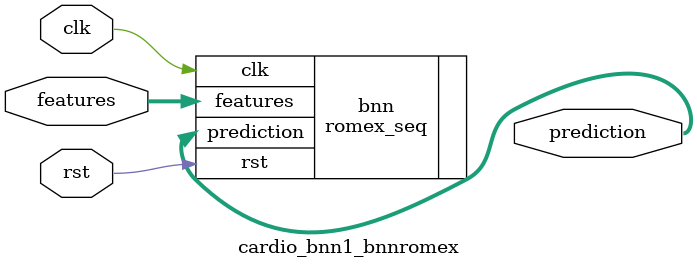
<source format=v>













module cardio_bnn1_bnnromex #(

parameter FEAT_CNT = 19,
parameter HIDDEN_CNT = 40,
parameter FEAT_BITS = 4,
parameter CLASS_CNT = 3,
parameter TEST_CNT = 1000


  ) (
  input clk,
  input rst,
  input [FEAT_CNT*FEAT_BITS-1:0] features,
  output [$clog2(CLASS_CNT)-1:0] prediction
  );

  localparam Weights0 = 760'b0000011011111100100011101010010000101011000001110111011001000001001000110000111101101000110100100011001000110001010010010100000010100011010111011011101110101010101110011100110100000011000000001011000010110101111110000101100111100000111010111101011100000011110111010000010010010110100011110010111010100010011000001100011000110011100010000001000111001010111001010110100000001000000110000111000100001010011111100000111010111000011011010101001110100100001011101110010000010010101000111101011000101100000000011011101000010000000110011110101001111111001000110000000101001000011000101001101010101011101101011010101100110010001111011001000101101100110001101001000010001110101101101101101110101100101111000110001001010100100101000101011100100101010100111101000110101011 ;
  localparam Weights1 = 120'b101010000001111100000011001000100011100111001011000110110011011101101001101001110100101100111001001101110110000110110011 ;

  romex_seq #(.FEAT_CNT(FEAT_CNT),.FEAT_BITS(FEAT_BITS),.HIDDEN_CNT(HIDDEN_CNT),.CLASS_CNT(CLASS_CNT),.Weights0(Weights0),.Weights1(Weights1)) bnn (
    .clk(clk),
    .rst(rst),
    .features(features),
    .prediction(prediction)
  );

endmodule

</source>
